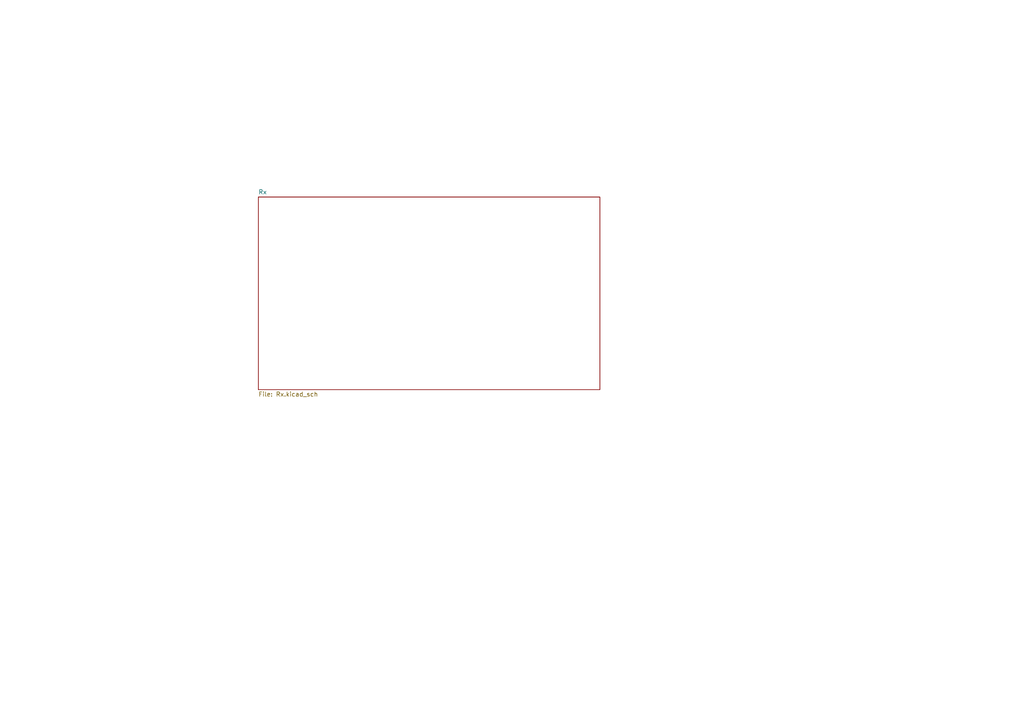
<source format=kicad_sch>
(kicad_sch (version 20210621) (generator eeschema)
  (paper "A4")
  (lib_symbols)
  (sheet (at 74.93 57.15) (size 99.06 55.88) (stroke (width 0.1524))
    (property "Sheet name" "Rx" (at 74.93 56.4384 0) (effects (justify left bottom)))
    (property "Sheet file" "Rx.kicad_sch" (at 74.93 113.6146 0) (effects (justify left top)))
  )
)
</source>
